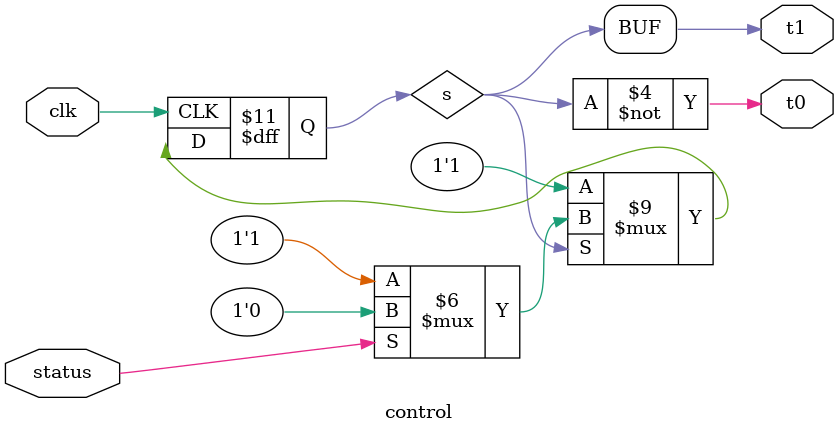
<source format=v>
module control(clk, status, t0,t1);

input status;
input clk;
output t0, t1;

reg s;

// in state t0: next state is t1 always
// in state t1:
// t1 - status = 1: R == 4, next state is t0
// t1 - status = 0: R != 4, next state is t1 

always @(posedge clk)
begin
    // let s = 0  correspond to t0, s = 1 to t1
    if (s == 0)
        s <= 1;
    else // s == 1, state t1    
    begin
        if (status == 1)
            s <= 0;
        else
            s <= 1;
    end
end

assign t0 = ~s;
assign t1 = s;

endmodule
</source>
